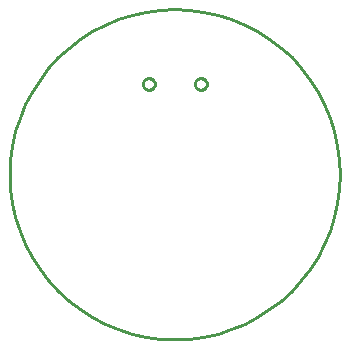
<source format=gbr>
G04 EAGLE Gerber RS-274X export*
G75*
%MOMM*%
%FSLAX34Y34*%
%LPD*%
%IN*%
%IPPOS*%
%AMOC8*
5,1,8,0,0,1.08239X$1,22.5*%
G01*
%ADD10C,0.254000*%


D10*
X-139700Y0D02*
X-139168Y-12176D01*
X-137578Y-24259D01*
X-134940Y-36157D01*
X-131275Y-47780D01*
X-126611Y-59040D01*
X-120984Y-69850D01*
X-114436Y-80129D01*
X-107016Y-89797D01*
X-98783Y-98783D01*
X-89797Y-107016D01*
X-80129Y-114436D01*
X-69850Y-120984D01*
X-59040Y-126611D01*
X-47780Y-131275D01*
X-36157Y-134940D01*
X-24259Y-137578D01*
X-12176Y-139168D01*
X0Y-139700D01*
X12176Y-139168D01*
X24259Y-137578D01*
X36157Y-134940D01*
X47780Y-131275D01*
X59040Y-126611D01*
X69850Y-120984D01*
X80129Y-114436D01*
X89797Y-107016D01*
X98783Y-98783D01*
X107016Y-89797D01*
X114436Y-80129D01*
X120984Y-69850D01*
X126611Y-59040D01*
X131275Y-47780D01*
X134940Y-36157D01*
X137578Y-24259D01*
X139168Y-12176D01*
X139700Y0D01*
X139168Y12176D01*
X137578Y24259D01*
X134940Y36157D01*
X131275Y47780D01*
X126611Y59040D01*
X120984Y69850D01*
X114436Y80129D01*
X107016Y89797D01*
X98783Y98783D01*
X89797Y107016D01*
X80129Y114436D01*
X69850Y120984D01*
X59040Y126611D01*
X47780Y131275D01*
X36157Y134940D01*
X24259Y137578D01*
X12176Y139168D01*
X0Y139700D01*
X-12176Y139168D01*
X-24259Y137578D01*
X-36157Y134940D01*
X-47780Y131275D01*
X-59040Y126611D01*
X-69850Y120984D01*
X-80129Y114436D01*
X-89797Y107016D01*
X-98783Y98783D01*
X-107016Y89797D01*
X-114436Y80129D01*
X-120984Y69850D01*
X-126611Y59040D01*
X-131275Y47780D01*
X-134940Y36157D01*
X-137578Y24259D01*
X-139168Y12176D01*
X-139700Y0D01*
X17000Y76641D02*
X17063Y77199D01*
X17188Y77746D01*
X17373Y78276D01*
X17617Y78782D01*
X17916Y79258D01*
X18266Y79697D01*
X18663Y80094D01*
X19102Y80444D01*
X19578Y80743D01*
X20084Y80987D01*
X20614Y81172D01*
X21161Y81297D01*
X21719Y81360D01*
X22281Y81360D01*
X22839Y81297D01*
X23386Y81172D01*
X23916Y80987D01*
X24422Y80743D01*
X24898Y80444D01*
X25337Y80094D01*
X25734Y79697D01*
X26084Y79258D01*
X26383Y78782D01*
X26627Y78276D01*
X26812Y77746D01*
X26937Y77199D01*
X27000Y76641D01*
X27000Y76079D01*
X26937Y75521D01*
X26812Y74974D01*
X26627Y74444D01*
X26383Y73938D01*
X26084Y73462D01*
X25734Y73023D01*
X25337Y72626D01*
X24898Y72276D01*
X24422Y71977D01*
X23916Y71733D01*
X23386Y71548D01*
X22839Y71423D01*
X22281Y71360D01*
X21719Y71360D01*
X21161Y71423D01*
X20614Y71548D01*
X20084Y71733D01*
X19578Y71977D01*
X19102Y72276D01*
X18663Y72626D01*
X18266Y73023D01*
X17916Y73462D01*
X17617Y73938D01*
X17373Y74444D01*
X17188Y74974D01*
X17063Y75521D01*
X17000Y76079D01*
X17000Y76641D01*
X-27000Y76641D02*
X-26937Y77199D01*
X-26812Y77746D01*
X-26627Y78276D01*
X-26383Y78782D01*
X-26084Y79258D01*
X-25734Y79697D01*
X-25337Y80094D01*
X-24898Y80444D01*
X-24422Y80743D01*
X-23916Y80987D01*
X-23386Y81172D01*
X-22839Y81297D01*
X-22281Y81360D01*
X-21719Y81360D01*
X-21161Y81297D01*
X-20614Y81172D01*
X-20084Y80987D01*
X-19578Y80743D01*
X-19102Y80444D01*
X-18663Y80094D01*
X-18266Y79697D01*
X-17916Y79258D01*
X-17617Y78782D01*
X-17373Y78276D01*
X-17188Y77746D01*
X-17063Y77199D01*
X-17000Y76641D01*
X-17000Y76079D01*
X-17063Y75521D01*
X-17188Y74974D01*
X-17373Y74444D01*
X-17617Y73938D01*
X-17916Y73462D01*
X-18266Y73023D01*
X-18663Y72626D01*
X-19102Y72276D01*
X-19578Y71977D01*
X-20084Y71733D01*
X-20614Y71548D01*
X-21161Y71423D01*
X-21719Y71360D01*
X-22281Y71360D01*
X-22839Y71423D01*
X-23386Y71548D01*
X-23916Y71733D01*
X-24422Y71977D01*
X-24898Y72276D01*
X-25337Y72626D01*
X-25734Y73023D01*
X-26084Y73462D01*
X-26383Y73938D01*
X-26627Y74444D01*
X-26812Y74974D01*
X-26937Y75521D01*
X-27000Y76079D01*
X-27000Y76641D01*
M02*

</source>
